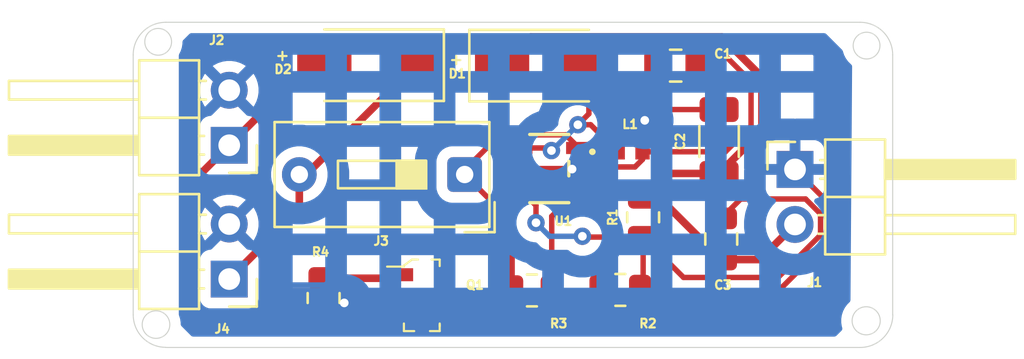
<source format=kicad_pcb>
(kicad_pcb (version 20241229) (generator "pcbnew") (generator_version "9.0")
  (title_block (title "Elektor's Solar Power Supply") (date "2025-12-09") (company "YUKESH.S 2024104010") (comment 1 "Redesigning Tiny Solar Power Supply") (comment 2 "Designed by Clemens Valens for Elektor for Kicad Like pro."))
  (layers (0 "F.Cu" signal) (2 "B.Cu" signal) (13 "F.Paste" user) (15 "B.Paste" user) (5 "F.SilkS" user "F.Silkscreen") (7 "B.SilkS" user "B.Silkscreen") (1 "F.Mask" user) (3 "B.Mask" user) (25 "Edge.Cuts" user))
  (net 0 "")
  (net 1 "GNDD")
  (net 2 "Net-(J3-Pin_1)")
  (net 3 "/OUT_P")
  (net 4 "Net-(U1-FB)")
  (net 5 "Net-(D1-A)")
  (net 6 "/SOLAR_P")
  (net 7 "/BAT_P")
  (net 8 "Net-(Q1-D)")
  (footprint "footprints:SOT23-5_1P55X2P9_DIO" (layer "F.Cu") (at 130.175 97.75)
    (property "Reference" "U1" (at 0.65 2.425 0) (layer "F.SilkS") (effects (font (size 0.4 0.4) (thickness 0.1))))
    (property "Value" "AP3015AKTR-G1")
    (fp_line (start -0.9017 1.5748) (end 0.9017 1.5748) (stroke (width 0.1524)) (layer "F.SilkS"))
    (fp_line (start 0.9017 -1.5748) (end -0.9017 -1.5748) (stroke (width 0.1524)) (layer "F.SilkS"))
    (fp_line (start 0.9017 0.337861) (end 0.9017 -0.337861) (stroke (width 0.1524)) (layer "F.SilkS"))
    (pad "1" smd rect (at -1.36525 -0.950001) (size 1.1811 0.5588) (layers "F.Cu" "F.Mask" "F.Paste") (net 5 "Net-(D1-A)"))
    (pad "2" smd rect (at -1.36525 0) (size 1.1811 0.5588) (layers "F.Cu" "F.Mask" "F.Paste") (net 1 "GNDD"))
    (pad "3" smd rect (at -1.36525 0.950001) (size 1.1811 0.5588) (layers "F.Cu" "F.Mask" "F.Paste") (net 4 "Net-(U1-FB)"))
    (pad "4" smd rect (at 1.36525 0.950001) (size 1.1811 0.5588) (layers "F.Cu" "F.Mask" "F.Paste") (net 8 "Net-(Q1-D)"))
    (pad "5" smd rect (at 1.36525 -0.950001) (size 1.1811 0.5588) (layers "F.Cu" "F.Mask" "F.Paste") (net 2 "Net-(J3-Pin_1)"))
  )
  (footprint "footprints:IND_LQW15_MUR" (layer "F.Cu") (at 133.9 96.975)
    (property "Reference" "L1" (at 0 -1.27 0) (layer "F.SilkS") (effects (font (size 0.4 0.4) (thickness 0.1))))
    (property "Value" "LQW15AN1N3C80D")
    (fp_circle (center -1.7399 0) (end -1.6637 0) (stroke (width 0.1524)) (fill no) (layer "F.SilkS"))
    (pad "1" smd rect (at -0.5715 0) (size 0.6604 0.7112) (layers "F.Cu" "F.Mask" "F.Paste") (net 5 "Net-(D1-A)"))
    (pad "2" smd rect (at 0.5715 0) (size 0.6604 0.7112) (layers "F.Cu" "F.Mask" "F.Paste") (net 2 "Net-(J3-Pin_1)"))
  )
  (footprint "Diode_SMD:D_SMA" (layer "F.Cu") (at 130 93)
    (property "Reference" "D1" (at -4.0668 0.3704 0) (layer "F.SilkS") (effects (font (size 0.4 0.4) (thickness 0.5))))
    (property "Value" "SS14")
    (fp_line (start -3.51 -1.65) (end -3.51 1.65) (stroke (width 0.12)) (layer "F.SilkS"))
    (fp_line (start -3.51 -1.65) (end 2 -1.65) (stroke (width 0.12)) (layer "F.SilkS"))
    (fp_line (start -3.51 1.65) (end 2 1.65) (stroke (width 0.12)) (layer "F.SilkS"))
    (pad "1" smd roundrect (at -2 0) (size 2.5 1.8) (layers "F.Cu" "F.Mask" "F.Paste") (roundrect_rratio 0.1388888889) (net 3 "/OUT_P"))
    (pad "2" smd roundrect (at 2 0) (size 2.5 1.8) (layers "F.Cu" "F.Mask" "F.Paste") (roundrect_rratio 0.1388888889) (net 5 "Net-(D1-A)"))
  )
  (footprint "Capacitor_SMD:C_1206_3216Metric" (layer "F.Cu") (at 138 96.5 90)
    (property "Reference" "C2" (at 0 -1.79 90) (layer "F.SilkS") (effects (font (size 0.4 0.4) (thickness 0.5))))
    (property "Value" "22uF, 10V, X7R (1206)")
    (fp_line (start -0.711252 -0.91) (end 0.711252 -0.91) (stroke (width 0.12)) (layer "F.SilkS"))
    (fp_line (start -0.711252 0.91) (end 0.711252 0.91) (stroke (width 0.12)) (layer "F.SilkS"))
    (pad "1" smd roundrect (at -1.475 0 90) (size 1.15 1.8) (layers "F.Cu" "F.Mask" "F.Paste") (roundrect_rratio 0.217391) (net 3 "/OUT_P"))
    (pad "2" smd roundrect (at 1.475 0 90) (size 1.15 1.8) (layers "F.Cu" "F.Mask" "F.Paste") (roundrect_rratio 0.217391) (net 1 "GNDD"))
  )
  (footprint "Resistor_SMD:R_0805_2012Metric" (layer "F.Cu") (at 129.375 103.375)
    (property "Reference" "R3" (at 1.2318 1.527 0) (layer "F.SilkS") (effects (font (size 0.4 0.4) (thickness 0.5))))
    (property "Value" "10kOhm")
    (fp_line (start -0.227064 -0.735) (end 0.227064 -0.735) (stroke (width 0.12)) (layer "F.SilkS"))
    (fp_line (start -0.227064 0.735) (end 0.227064 0.735) (stroke (width 0.12)) (layer "F.SilkS"))
    (pad "1" smd roundrect (at -0.9125 0) (size 1.025 1.4) (layers "F.Cu" "F.Mask" "F.Paste") (roundrect_rratio 0.243902) (net 2 "Net-(J3-Pin_1)"))
    (pad "2" smd roundrect (at 0.9125 0) (size 1.025 1.4) (layers "F.Cu" "F.Mask" "F.Paste") (roundrect_rratio 0.243902) (net 8 "Net-(Q1-D)"))
  )
  (footprint "Capacitor_SMD:C_0805_2012Metric" (layer "F.Cu") (at 138.1 101 90)
    (property "Reference" "C3" (at -2.124 0.076 180) (layer "F.SilkS") (effects (font (size 0.4 0.4) (thickness 0.5))))
    (property "Value" "10pF, 50V, X7R (0805)")
    (fp_line (start -0.261252 -0.735) (end 0.261252 -0.735) (stroke (width 0.12)) (layer "F.SilkS"))
    (fp_line (start -0.261252 0.735) (end 0.261252 0.735) (stroke (width 0.12)) (layer "F.SilkS"))
    (pad "1" smd roundrect (at -0.95 0 90) (size 1 1.45) (layers "F.Cu" "F.Mask" "F.Paste") (net 3 "/OUT_P"))
    (pad "2" smd roundrect (at 0.95 0 90) (size 1 1.45) (layers "F.Cu" "F.Mask" "F.Paste") (net 4 "Net-(U1-FB)"))
  )
  (footprint "Resistor_SMD:R_0805_2012Metric" (layer "F.Cu") (at 133.45 103.35 180)
    (property "Reference" "R2" (at -1.2716 -1.552 0) (layer "F.SilkS") (effects (font (size 0.4 0.4) (thickness 0.5))))
    (property "Value" "604 kOhm")
    (fp_line (start -0.227064 0.735) (end 0.227064 0.735) (stroke (width 0.12)) (layer "F.SilkS"))
    (fp_line (start -0.227064 -0.735) (end 0.227064 -0.735) (stroke (width 0.12)) (layer "F.SilkS"))
    (pad "1" smd roundrect (at -0.9125 0 180) (size 1.025 1.4) (layers "F.Cu" "F.Mask" "F.Paste") (roundrect_rratio 0.243902) (net 4 "Net-(U1-FB)"))
    (pad "2" smd roundrect (at 0.9125 0 180) (size 1.025 1.4) (layers "F.Cu" "F.Mask" "F.Paste") (roundrect_rratio 0.243902) (net 1 "GNDD"))
  )
  (footprint "Connector_PinHeader_2.54mm:PinHeader_1x02_P2.54mm_Horizontal" (layer "F.Cu") (at 141.5 97.79)
    (property "Reference" "J1" (at 0.9 5.21 0) (layer "F.SilkS") (effects (font (size 0.4 0.4) (thickness 0.5))))
    (property "Value" "Conn_01x02_Pin")
    (fp_line (start -1.27 -1.27) (end 0 -1.27) (stroke (width 0.12)) (layer "F.SilkS"))
    (fp_line (start -1.27 0) (end -1.27 -1.27) (stroke (width 0.12)) (layer "F.SilkS"))
    (fp_line (start 1.077358 2.11) (end 1.39 2.11) (stroke (width 0.12)) (layer "F.SilkS"))
    (fp_line (start 1.077358 2.97) (end 1.39 2.97) (stroke (width 0.12)) (layer "F.SilkS"))
    (fp_line (start 1.16 -0.43) (end 1.39 -0.43) (stroke (width 0.12)) (layer "F.SilkS"))
    (fp_line (start 1.16 0.43) (end 1.39 0.43) (stroke (width 0.12)) (layer "F.SilkS"))
    (fp_line (start 1.39 -1.38) (end 1.39 3.92) (stroke (width 0.12)) (layer "F.SilkS"))
    (fp_line (start 1.39 1.27) (end 4.15 1.27) (stroke (width 0.12)) (layer "F.SilkS"))
    (fp_line (start 1.39 3.92) (end 4.15 3.92) (stroke (width 0.12)) (layer "F.SilkS"))
    (fp_line (start 4.15 -1.38) (end 1.39 -1.38) (stroke (width 0.12)) (layer "F.SilkS"))
    (fp_line (start 4.15 2.11) (end 10.15 2.11) (stroke (width 0.12)) (layer "F.SilkS"))
    (fp_line (start 4.15 3.92) (end 4.15 -1.38) (stroke (width 0.12)) (layer "F.SilkS"))
    (fp_line (start 10.15 2.11) (end 10.15 2.97) (stroke (width 0.12)) (layer "F.SilkS"))
    (fp_line (start 10.15 2.97) (end 4.15 2.97) (stroke (width 0.12)) (layer "F.SilkS"))
    (fp_rect (start 4.15 -0.43) (end 10.15 0.43) (stroke (width 0.12)) (fill yes) (layer "F.SilkS"))
    (pad "1" thru_hole rect (at 0 0) (size 1.7 1.7) (drill 1) (layers "*.Cu" "*.Mask") (net 1 "GNDD"))
    (pad "2" thru_hole circle (at 0 2.54) (size 1.7 1.7) (drill 1) (layers "*.Cu" "*.Mask") (net 3 "/OUT_P"))
  )
  (footprint "Connector_PinHeader_2.54mm:PinHeader_1x02_P2.54mm_Horizontal" (layer "F.Cu") (at 115.425 102.85 180)
    (property "Reference" "J2" (at 0.575 11.025 0) (layer "F.SilkS") (effects (font (size 0.4 0.4) (thickness 0.5))))
    (property "Value" "Conn_01x02_Pin")
    (fp_line (start 10.15 2.97) (end 4.15 2.97) (stroke (width 0.12)) (layer "F.SilkS"))
    (fp_line (start 10.15 2.11) (end 10.15 2.97) (stroke (width 0.12)) (layer "F.SilkS"))
    (fp_line (start 4.15 3.92) (end 4.15 -1.38) (stroke (width 0.12)) (layer "F.SilkS"))
    (fp_line (start 4.15 2.11) (end 10.15 2.11) (stroke (width 0.12)) (layer "F.SilkS"))
    (fp_line (start 4.15 -1.38) (end 1.39 -1.38) (stroke (width 0.12)) (layer "F.SilkS"))
    (fp_line (start 1.39 3.92) (end 4.15 3.92) (stroke (width 0.12)) (layer "F.SilkS"))
    (fp_line (start 1.39 1.27) (end 4.15 1.27) (stroke (width 0.12)) (layer "F.SilkS"))
    (fp_line (start 1.39 -1.38) (end 1.39 3.92) (stroke (width 0.12)) (layer "F.SilkS"))
    (fp_line (start 1.16 0.43) (end 1.39 0.43) (stroke (width 0.12)) (layer "F.SilkS"))
    (fp_line (start 1.16 -0.43) (end 1.39 -0.43) (stroke (width 0.12)) (layer "F.SilkS"))
    (fp_line (start 1.077358 2.97) (end 1.39 2.97) (stroke (width 0.12)) (layer "F.SilkS"))
    (fp_line (start 1.077358 2.11) (end 1.39 2.11) (stroke (width 0.12)) (layer "F.SilkS"))
    (fp_line (start -1.27 0) (end -1.27 -1.27) (stroke (width 0.12)) (layer "F.SilkS"))
    (fp_line (start -1.27 -1.27) (end 0 -1.27) (stroke (width 0.12)) (layer "F.SilkS"))
    (fp_rect (start 4.15 -0.43) (end 10.15 0.43) (stroke (width 0.12)) (fill yes) (layer "F.SilkS"))
    (pad "1" thru_hole rect (at 0 0 180) (size 1.7 1.7) (drill 1) (layers "*.Cu" "*.Mask") (net 7 "/BAT_P"))
    (pad "2" thru_hole circle (at 0 2.54 180) (size 1.7 1.7) (drill 1) (layers "*.Cu" "*.Mask") (net 1 "GNDD"))
  )
  (footprint "digikey-footprints:SOT-23-3" (layer "F.Cu") (at 124.3 103.6)
    (property "Reference" "Q1" (at 2.446 -0.476 0) (layer "F.SilkS") (effects (font (size 0.4 0.4) (thickness 0.1))))
    (property "Value" "2N7002")
    (fp_line (start -0.825 -1.375) (end -0.825 -1.325) (stroke (width 0.1)) (layer "F.SilkS"))
    (fp_line (start -0.825 -1.325) (end -1.6 -1.325) (stroke (width 0.1)) (layer "F.SilkS"))
    (fp_line (start -0.825 1.65) (end -0.825 1.3) (stroke (width 0.1)) (layer "F.SilkS"))
    (fp_line (start -0.45 -1.65) (end -0.825 -1.375) (stroke (width 0.1)) (layer "F.SilkS"))
    (fp_line (start -0.35 1.65) (end -0.825 1.65) (stroke (width 0.1)) (layer "F.SilkS"))
    (fp_line (start -0.175 -1.65) (end -0.45 -1.65) (stroke (width 0.1)) (layer "F.SilkS"))
    (fp_line (start 0.45 -1.65) (end 0.825 -1.65) (stroke (width 0.1)) (layer "F.SilkS"))
    (fp_line (start 0.825 -1.65) (end 0.825 -1.35) (stroke (width 0.1)) (layer "F.SilkS"))
    (fp_line (start 0.825 1.35) (end 0.825 1.65) (stroke (width 0.1)) (layer "F.SilkS"))
    (fp_line (start 0.825 1.425) (end 0.825 1.3) (stroke (width 0.1)) (layer "F.SilkS"))
    (fp_line (start 0.825 1.65) (end 0.375 1.65) (stroke (width 0.1)) (layer "F.SilkS"))
    (pad "1" smd rect (at -1.05 -0.95) (size 1.3 0.6) (layers "F.Cu" "F.Mask" "F.Paste") (net 6 "/SOLAR_P"))
    (pad "2" smd rect (at -1.05 0.95) (size 1.3 0.6) (layers "F.Cu" "F.Mask" "F.Paste") (net 1 "GNDD"))
    (pad "3" smd rect (at 1.05 0) (size 1.3 0.6) (layers "F.Cu" "F.Mask" "F.Paste") (net 8 "Net-(Q1-D)"))
  )
  (footprint "Button_Switch_THT:SW_DIP_SPSTx01_Slide_9.78x4.72mm_W7.62mm_P2.54mm" (layer "F.Cu") (at 126.275 98.025 180)
    (property "Reference" "J3" (at 3.847 -3.067 0) (layer "F.SilkS") (effects (font (size 0.4 0.4) (thickness 0.5))))
    (property "Value" "Conn_01x02_Pin")
    (fp_line (start 8.76 -2.42) (end 8.76 2.42) (stroke (width 0.12)) (layer "F.SilkS"))
    (fp_line (start 3.133333 -0.635) (end 3.133333 0.635) (stroke (width 0.12)) (layer "F.SilkS"))
    (fp_line (start -1.14 2.42) (end 8.76 2.42) (stroke (width 0.12)) (layer "F.SilkS"))
    (fp_line (start -1.14 -2.42) (end 8.76 -2.42) (stroke (width 0.12)) (layer "F.SilkS"))
    (fp_line (start -1.14 -2.42) (end -1.14 2.42) (stroke (width 0.12)) (layer "F.SilkS"))
    (fp_line (start -1.38 -2.66) (end 0.003 -2.66) (stroke (width 0.12)) (layer "F.SilkS"))
    (fp_line (start -1.38 -2.66) (end -1.38 -1.277) (stroke (width 0.12)) (layer "F.SilkS"))
    (fp_rect (start 1.78 -0.635) (end 5.84 0.635) (stroke (width 0.12)) (fill no) (layer "F.SilkS"))
    (fp_rect (start 1.78 -0.635) (end 3.133333 0.635) (stroke (width 0.12)) (fill yes) (layer "F.SilkS"))
    (pad "1" thru_hole roundrect (at 0 0 180) (size 1.6 1.6) (drill 0.8) (layers "*.Cu" "*.Mask") (roundrect_rratio 0.15625) (net 2 "Net-(J3-Pin_1)"))
    (pad "2" thru_hole circle (at 7.62 0 180) (size 1.6 1.6) (drill 0.8) (layers "*.Cu" "*.Mask") (net 7 "/BAT_P"))
  )
  (footprint "Resistor_SMD:R_0805_2012Metric" (layer "F.Cu") (at 119.775 103.725 -90)
    (property "Reference" "R4" (at -2.125 0.141 180) (layer "F.SilkS") (effects (font (size 0.4 0.4) (thickness 0.5))))
    (property "Value" "1MOhm")
    (fp_line (start -0.227064 0.735) (end 0.227064 0.735) (stroke (width 0.12)) (layer "F.SilkS"))
    (fp_line (start -0.227064 -0.735) (end 0.227064 -0.735) (stroke (width 0.12)) (layer "F.SilkS"))
    (pad "1" smd roundrect (at -0.9125 0 270) (size 1.025 1.4) (layers "F.Cu" "F.Mask" "F.Paste") (roundrect_rratio 0.243902) (net 6 "/SOLAR_P"))
    (pad "2" smd roundrect (at 0.9125 0 270) (size 1.025 1.4) (layers "F.Cu" "F.Mask" "F.Paste") (roundrect_rratio 0.243902) (net 1 "GNDD"))
  )
  (footprint "Diode_SMD:D_SMA" (layer "F.Cu") (at 121.8075 92.98 180)
    (property "Reference" "D2" (at 3.9007 -0.1872 0) (layer "F.SilkS") (effects (font (size 0.4 0.4) (thickness 0.5))))
    (property "Value" "SS14")
    (fp_line (start -3.51 1.65) (end 2 1.65) (stroke (width 0.12)) (layer "F.SilkS"))
    (fp_line (start -3.51 -1.65) (end 2 -1.65) (stroke (width 0.12)) (layer "F.SilkS"))
    (fp_line (start -3.51 -1.65) (end -3.51 1.65) (stroke (width 0.12)) (layer "F.SilkS"))
    (pad "1" smd roundrect (at -2 0 180) (size 2.5 1.8) (layers "F.Cu" "F.Mask" "F.Paste") (roundrect_rratio 0.1388888889) (net 7 "/BAT_P"))
    (pad "2" smd roundrect (at 2 0 180) (size 2.5 1.8) (layers "F.Cu" "F.Mask" "F.Paste") (roundrect_rratio 0.1388888889) (net 6 "/SOLAR_P"))
  )
  (footprint "Resistor_SMD:R_0805_2012Metric" (layer "F.Cu") (at 134.5 100 -90)
    (property "Reference" "R1" (at 0 1.404 90) (layer "F.SilkS") (effects (font (size 0.4 0.4) (thickness 0.5))))
    (property "Value" "1MOhm")
    (fp_line (start -0.227064 0.735) (end 0.227064 0.735) (stroke (width 0.12)) (layer "F.SilkS"))
    (fp_line (start -0.227064 -0.735) (end 0.227064 -0.735) (stroke (width 0.12)) (layer "F.SilkS"))
    (pad "1" smd roundrect (at -0.9125 0 270) (size 1.025 1.4) (layers "F.Cu" "F.Mask" "F.Paste") (roundrect_rratio 0.243902) (net 3 "/OUT_P"))
    (pad "2" smd roundrect (at 0.9125 0 270) (size 1.025 1.4) (layers "F.Cu" "F.Mask" "F.Paste") (roundrect_rratio 0.243902) (net 4 "Net-(U1-FB)"))
  )
  (footprint "Capacitor_SMD:C_0805_2012Metric" (layer "F.Cu") (at 136 93 180)
    (property "Reference" "C1" (at -2.176 0.544 0) (layer "F.SilkS") (effects (font (size 0.4 0.4) (thickness 0.5))))
    (property "Value" "4.7uF, 50V, X7R (0805)")
    (fp_line (start -0.261252 0.735) (end 0.261252 0.735) (stroke (width 0.12)) (layer "F.SilkS"))
    (fp_line (start -0.261252 -0.735) (end 0.261252 -0.735) (stroke (width 0.12)) (layer "F.SilkS"))
    (pad "1" smd roundrect (at -0.95 0 180) (size 1 1.45) (layers "F.Cu" "F.Mask" "F.Paste") (net 2 "Net-(J3-Pin_1)"))
    (pad "2" smd roundrect (at 0.95 0 180) (size 1 1.45) (layers "F.Cu" "F.Mask" "F.Paste") (net 1 "GNDD"))
  )
  (footprint "Connector_PinHeader_2.54mm:PinHeader_1x02_P2.54mm_Horizontal" (layer "F.Cu") (at 115.425 96.675 180)
    (property "Reference" "J4" (at 0.325 -8.475 0) (layer "F.SilkS") (effects (font (size 0.4 0.4) (thickness 0.5))))
    (property "Value" "Conn_01x02_Pin")
    (fp_line (start 10.15 2.97) (end 4.15 2.97) (stroke (width 0.12)) (layer "F.SilkS"))
    (fp_line (start 10.15 2.11) (end 10.15 2.97) (stroke (width 0.12)) (layer "F.SilkS"))
    (fp_line (start 4.15 3.92) (end 4.15 -1.38) (stroke (width 0.12)) (layer "F.SilkS"))
    (fp_line (start 4.15 2.11) (end 10.15 2.11) (stroke (width 0.12)) (layer "F.SilkS"))
    (fp_line (start 4.15 -1.38) (end 1.39 -1.38) (stroke (width 0.12)) (layer "F.SilkS"))
    (fp_line (start 1.39 3.92) (end 4.15 3.92) (stroke (width 0.12)) (layer "F.SilkS"))
    (fp_line (start 1.39 1.27) (end 4.15 1.27) (stroke (width 0.12)) (layer "F.SilkS"))
    (fp_line (start 1.39 -1.38) (end 1.39 3.92) (stroke (width 0.12)) (layer "F.SilkS"))
    (fp_line (start 1.16 0.43) (end 1.39 0.43) (stroke (width 0.12)) (layer "F.SilkS"))
    (fp_line (start 1.16 -0.43) (end 1.39 -0.43) (stroke (width 0.12)) (layer "F.SilkS"))
    (fp_line (start 1.077358 2.97) (end 1.39 2.97) (stroke (width 0.12)) (layer "F.SilkS"))
    (fp_line (start 1.077358 2.11) (end 1.39 2.11) (stroke (width 0.12)) (layer "F.SilkS"))
    (fp_line (start -1.27 0) (end -1.27 -1.27) (stroke (width 0.12)) (layer "F.SilkS"))
    (fp_line (start -1.27 -1.27) (end 0 -1.27) (stroke (width 0.12)) (layer "F.SilkS"))
    (fp_rect (start 4.15 -0.43) (end 10.15 0.43) (stroke (width 0.12)) (fill yes) (layer "F.SilkS"))
    (pad "1" thru_hole rect (at 0 0 180) (size 1.7 1.7) (drill 1) (layers "*.Cu" "*.Mask") (net 6 "/SOLAR_P"))
    (pad "2" thru_hole circle (at 0 2.54 180) (size 1.7 1.7) (drill 1) (layers "*.Cu" "*.Mask") (net 1 "GNDD"))
  )
  (gr_line (start 146.000833 92.5) (end 146.000833 104.5) (stroke (width 0.05)) (layer "Edge.Cuts"))
  (gr_arc (start 110.999167 92.5) (mid 111.438751 91.438751) (end 112.5 90.999167) (stroke (width 0.05)) (layer "Edge.Cuts"))
  (gr_arc (start 146.00675 104.5) (mid 145.565433 105.565433) (end 144.5 106.00675) (stroke (width 0.05)) (layer "Edge.Cuts"))
  (gr_circle (center 112.05 104.95) (end 112.5 104.5) (stroke (width 0.05)) (fill no) (layer "Edge.Cuts"))
  (gr_arc (start 144.5 90.999167) (mid 145.561249 91.438751) (end 146.000833 92.5) (stroke (width 0.05)) (layer "Edge.Cuts"))
  (gr_circle (center 112.15 91.9) (end 112.675 91.575) (stroke (width 0.05)) (fill no) (layer "Edge.Cuts"))
  (gr_circle (center 144.78 104.775) (end 145.025 104.175) (stroke (width 0.05)) (fill no) (layer "Edge.Cuts"))
  (gr_line (start 144.5 106.00675) (end 112.5 106.00675) (stroke (width 0.05)) (layer "Edge.Cuts"))
  (gr_arc (start 112.5 106) (mid 111.43934 105.56066) (end 111 104.5) (stroke (width 0.05)) (layer "Edge.Cuts"))
  (gr_line (start 110.999167 92.5) (end 110.999167 104.5) (stroke (width 0.05)) (layer "Edge.Cuts"))
  (gr_circle (center 144.797546 92.075) (end 145.322546 91.75) (stroke (width 0.05)) (fill no) (layer "Edge.Cuts"))
  (gr_line (start 112.5 90.999167) (end 144.5 90.999167) (stroke (width 0.05)) (layer "Edge.Cuts"))
  (gr_text "+" (at 125.51 93 0) (layer "F.SilkS") (effects (font (size 0.5 0.5) (thickness 0.1)) (justify left bottom)))
  (gr_text "+" (at 117.5004 92.8116 0) (layer "F.SilkS") (effects (font (size 0.5 0.5) (thickness 0.1)) (justify left bottom)))
  (segment (start 115.51 94.135) (end 115.525 94.15) (width 0.25) (layer "F.Cu") (net 1))
  (segment (start 143.127 101.003926) (end 139.754926 104.376) (width 0.25) (layer "F.Cu") (net 1))
  (segment (start 139.754926 104.376) (end 133.5635 104.376) (width 0.25) (layer "F.Cu") (net 1))
  (segment (start 128.80975 97.75) (end 131.2 97.75) (width 0.25) (layer "F.Cu") (net 1))
  (segment (start 123.552 104.852) (end 123.25 104.55) (width 0.25) (layer "F.Cu") (net 1))
  (segment (start 133.5635 104.376) (end 132.5375 103.35) (width 0.25) (layer "F.Cu") (net 1))
  (segment (start 119.8625 104.55) (end 119.775 104.6375) (width 0.25) (layer "F.Cu") (net 1))
  (segment (start 135.05 95.05) (end 135.05 93) (width 0.25) (layer "F.Cu") (net 1))
  (segment (start 141.5 97.79) (end 143.127 99.417) (width 0.25) (layer "F.Cu") (net 1))
  (segment (start 135.45 95.025) (end 138 95.025) (width 0.25) (layer "F.Cu") (net 1))
  (segment (start 132.5375 103.35) (end 131.0355 104.852) (width 0.25) (layer "F.Cu") (net 1))
  (segment (start 134.575 95.525) (end 134.95 95.525) (width 0.25) (layer "F.Cu") (net 1))
  (segment (start 131.0355 104.852) (end 123.552 104.852) (width 0.25) (layer "F.Cu") (net 1))
  (segment (start 120.0375 104.6375) (end 120.725 103.95) (width 0.25) (layer "F.Cu") (net 1))
  (segment (start 123.25 104.55) (end 119.8625 104.55) (width 0.25) (layer "F.Cu") (net 1))
  (segment (start 134.95 95.525) (end 135.45 95.025) (width 0.25) (layer "F.Cu") (net 1))
  (segment (start 119.775 104.6375) (end 120.0375 104.6375) (width 0.25) (layer "F.Cu") (net 1))
  (segment (start 131.2 97.75) (end 131.225 97.775) (width 0.25) (layer "F.Cu") (net 1))
  (segment (start 143.127 99.417) (end 143.127 101.003926) (width 0.25) (layer "F.Cu") (net 1))
  (segment (start 134.575 95.525) (end 135.05 95.05) (width 0.25) (layer "F.Cu") (net 1))
  (via (at 120.725 103.95) (size 0.8) (drill 0.4) (layers "F.Cu" "B.Cu") (net 1))
  (via (at 131.225 97.775) (size 0.8) (drill 0.4) (layers "F.Cu" "B.Cu") (net 1))
  (via (at 134.575 95.525) (size 0.8) (drill 0.4) (layers "F.Cu" "B.Cu") (net 1))
  (segment (start 118.24 103.125) (end 115.425 100.31) (width 0.25) (layer "B.Cu") (net 1))
  (segment (start 119.9 103.125) (end 118.24 103.125) (width 0.25) (layer "B.Cu") (net 1))
  (segment (start 132.325 97.775) (end 134.575 95.525) (width 0.25) (layer "B.Cu") (net 1))
  (segment (start 120.725 103.95) (end 119.9 103.125) (width 0.25) (layer "B.Cu") (net 1))
  (segment (start 131.225 97.775) (end 132.325 97.775) (width 0.25) (layer "B.Cu") (net 1))
  (segment (start 127.8932 96.194599) (end 130.93485 96.194599) (width 0.25) (layer "F.Cu") (net 2))
  (segment (start 134.4715 96.975) (end 138.29148 96.975) (width 0.25) (layer "F.Cu") (net 2))
  (segment (start 134.125 97.675) (end 134.4715 97.3285) (width 0.25) (layer "F.Cu") (net 2))
  (segment (start 130.93485 96.194599) (end 131.54025 96.799999) (width 0.25) (layer "F.Cu") (net 2))
  (segment (start 139.474 93.73252) (end 138.29148 92.55) (width 0.25) (layer "F.Cu") (net 2))
  (segment (start 138.29148 96.975) (end 139.474 95.79248) (width 0.25) (layer "F.Cu") (net 2))
  (segment (start 126.275 97.812799) (end 127.8932 96.194599) (width 0.25) (layer "F.Cu") (net 2))
  (segment (start 134.4715 97.3285) (end 134.4715 96.975) (width 0.25) (layer "F.Cu") (net 2))
  (segment (start 126.275 98.025) (end 126.275 97.812799) (width 0.25) (layer "F.Cu") (net 2))
  (segment (start 137.4 92.55) (end 136.95 93) (width 0.25) (layer "F.Cu") (net 2))
  (segment (start 132.415251 97.675) (end 134.125 97.675) (width 0.25) (layer "F.Cu") (net 2))
  (segment (start 128.4625 103.375) (end 128.4625 100.2125) (width 0.25) (layer "F.Cu") (net 2))
  (segment (start 131.54025 96.799999) (end 132.415251 97.675) (width 0.25) (layer "F.Cu") (net 2))
  (segment (start 128.4625 100.2125) (end 126.275 98.025) (width 0.25) (layer "F.Cu") (net 2))
  (segment (start 139.474 95.79248) (end 139.474 93.73252) (width 0.25) (layer "F.Cu") (net 2))
  (segment (start 138.29148 92.55) (end 137.4 92.55) (width 0.25) (layer "F.Cu") (net 2))
  (segment (start 138 97.975) (end 139.975 96) (width 0.35) (layer "F.Cu") (net 3))
  (segment (start 139.88 101.95) (end 141.5 100.33) (width 0.35) (layer "F.Cu") (net 3))
  (segment (start 139.975 96) (end 139.975 93.525) (width 0.35) (layer "F.Cu") (net 3))
  (segment (start 138 97.975) (end 135.6125 97.975) (width 0.35) (layer "F.Cu") (net 3))
  (segment (start 138.1 101.95) (end 139.88 101.95) (width 0.35) (layer "F.Cu") (net 3))
  (segment (start 129.324 91.676) (end 128 93) (width 0.35) (layer "F.Cu") (net 3))
  (segment (start 135.2375 99.0875) (end 138.1 101.95) (width 0.35) (layer "F.Cu") (net 3))
  (segment (start 134.5 99.0875) (end 135.2375 99.0875) (width 0.35) (layer "F.Cu") (net 3))
  (segment (start 139.975 93.525) (end 138.126 91.676) (width 0.35) (layer "F.Cu") (net 3))
  (segment (start 138.126 91.676) (end 129.324 91.676) (width 0.35) (layer "F.Cu") (net 3))
  (segment (start 135.6125 97.975) (end 134.5 99.0875) (width 0.35) (layer "F.Cu") (net 3))
  (segment (start 134.5 100.9125) (end 134.5 103.2125) (width 0.25) (layer "F.Cu") (net 4))
  (segment (start 131.7375 100.9125) (end 131.7 100.875) (width 0.25) (layer "F.Cu") (net 4))
  (segment (start 141.987116 99.154) (end 142.676 99.842884) (width 0.25) (layer "F.Cu") (net 4))
  (segment (start 129.5625 100.25) (end 129.5625 99.452751) (width 0.25) (layer "F.Cu") (net 4))
  (segment (start 140.717116 102.776) (end 136.3635 102.776) (width 0.25) (layer "F.Cu") (net 4))
  (segment (start 134.5 100.9125) (end 131.7375 100.9125) (width 0.25) (layer "F.Cu") (net 4))
  (segment (start 134.5 103.2125) (end 134.3625 103.35) (width 0.25) (layer "F.Cu") (net 4))
  (segment (start 136.3635 102.776) (end 134.5 100.9125) (width 0.25) (layer "F.Cu") (net 4))
  (segment (start 138.1 100.05) (end 138.996 99.154) (width 0.25) (layer "F.Cu") (net 4))
  (segment (start 142.676 99.842884) (end 142.676 100.817116) (width 0.25) (layer "F.Cu") (net 4))
  (segment (start 142.676 100.817116) (end 140.717116 102.776) (width 0.25) (layer "F.Cu") (net 4))
  (segment (start 138.996 99.154) (end 141.987116 99.154) (width 0.25) (layer "F.Cu") (net 4))
  (segment (start 129.5625 99.452751) (end 128.80975 98.700001) (width 0.25) (layer "F.Cu") (net 4))
  (via (at 129.5625 100.25) (size 0.8) (drill 0.4) (layers "F.Cu" "B.Cu") (net 4))
  (via (at 131.7 100.875) (size 0.8) (drill 0.4) (layers "F.Cu" "B.Cu") (net 4))
  (segment (start 131.7 100.875) (end 130.1875 100.875) (width 0.25) (layer "B.Cu") (net 4))
  (segment (start 130.1875 100.875) (end 129.5625 100.25) (width 0.25) (layer "B.Cu") (net 4))
  (segment (start 130.1554 96.799999) (end 130.275 96.919599) (width 0.25) (layer "F.Cu") (net 5))
  (segment (start 133.3285 96.975) (end 132.08102 95.72752) (width 0.25) (layer "F.Cu") (net 5))
  (segment (start 128.80975 96.799999) (end 130.1554 96.799999) (width 0.25) (layer "F.Cu") (net 5))
  (segment (start 132.08102 95.72752) (end 131.493077 95.72752) (width 0.25) (layer "F.Cu") (net 5))
  (segment (start 131.493077 95.72752) (end 132 95.220597) (width 0.25) (layer "F.Cu") (net 5))
  (segment (start 132 95.220597) (end 132 93) (width 0.25) (layer "F.Cu") (net 5))
  (via (at 130.275 96.919599) (size 0.8) (drill 0.4) (layers "F.Cu" "B.Cu") (net 5))
  (via (at 131.493077 95.72752) (size 0.8) (drill 0.4) (layers "F.Cu" "B.Cu") (net 5))
  (segment (start 130.300998 96.919599) (end 131.493077 95.72752) (width 0.25) (layer "B.Cu") (net 5))
  (segment (start 130.275 96.919599) (end 130.300998 96.919599) (width 0.25) (layer "B.Cu") (net 5))
  (segment (start 117.882774 104.925) (end 119.775 103.032774) (width 0.35) (layer "F.Cu") (net 6))
  (segment (start 115.425 96.675) (end 119.1 93) (width 0.35) (layer "F.Cu") (net 6))
  (segment (start 119.775 103.032774) (end 119.775 102.8125) (width 0.35) (layer "F.Cu") (net 6))
  (segment (start 119.1 93) (end 120 93) (width 0.35) (layer "F.Cu") (net 6))
  (segment (start 113.425 98.675) (end 113.425 103.7) (width 0.35) (layer "F.Cu") (net 6))
  (segment (start 119.775 102.8125) (end 123.0875 102.8125) (width 0.35) (layer "F.Cu") (net 6))
  (segment (start 114.65 104.925) (end 117.882774 104.925) (width 0.35) (layer "F.Cu") (net 6))
  (segment (start 123.0875 102.8125) (end 123.25 102.65) (width 0.35) (layer "F.Cu") (net 6))
  (segment (start 113.425 103.7) (end 114.65 104.925) (width 0.35) (layer "F.Cu") (net 6))
  (segment (start 115.425 96.675) (end 113.425 98.675) (width 0.35) (layer "F.Cu") (net 6))
  (segment (start 118.655 98.025) (end 118.975 98.025) (width 0.35) (layer "F.Cu") (net 7))
  (segment (start 115.425 102.85) (end 118.655 99.62) (width 0.35) (layer "F.Cu") (net 7))
  (segment (start 118.655 99.62) (end 118.655 98.025) (width 0.35) (layer "F.Cu") (net 7))
  (segment (start 118.975 98.025) (end 124 93) (width 0.35) (layer "F.Cu") (net 7))
  (segment (start 130.2875 99.952751) (end 131.54025 98.700001) (width 0.25) (layer "F.Cu") (net 8))
  (segment (start 129.2615 104.401) (end 130.2875 103.375) (width 0.25) (layer "F.Cu") (net 8))
  (segment (start 130.2875 103.375) (end 130.2875 99.952751) (width 0.25) (layer "F.Cu") (net 8))
  (segment (start 126.151 104.401) (end 129.2615 104.401) (width 0.25) (layer "F.Cu") (net 8))
  (segment (start 125.35 103.6) (end 126.151 104.401) (width 0.25) (layer "F.Cu") (net 8))
  (zone (net 1) (net_name "GNDD") (layer "B.Cu") (connect_pads (clearance 0.5)) (min_thickness 0.25) (fill yes (mode hatch) (thermal_gap 0.5) (thermal_bridge_width 0.5) (hatch_thickness 1) (hatch_gap 1.5) (hatch_orientation 0) (hatch_border_algorithm hatch_thickness) (hatch_min_hole_area 0.3))
    (polygon (pts (xy 142.6 91.2) (xy 144.133996 92.733996) (xy 144.05 104.825) (xy 143.125 105.75) (xy 113.95 105.75) (xy 113.1 104.9) (xy 113.1 92.025) (xy 113.925 91.2)))
  )
)
</source>
